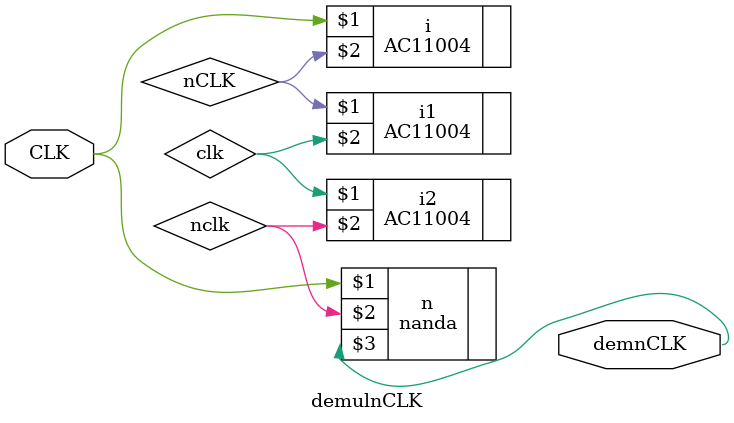
<source format=v>
`timescale 1ns/100ps
/*
module testbench;
	wire CLK, demnCLK;
	demulnCLK d(CLK,demnCLK);
	probador p(CLK,demnCLK);
endmodule
**/
module demulnCLK(CLK,demnCLK);//tiene un retraso total de 18+7
	input CLK;
	output demnCLK;
	wire nCLK,clk,nclk;
	AC11004 i(CLK,nCLK);
	AC11004 i1(nCLK,clk);
	AC11004 i2(clk,nclk);
	nanda n(CLK,nclk,demnCLK);
endmodule
/*
module probador(CLK,demnCLK);
	input demnCLK;
	output reg CLK;
	initial begin
		$dumpfile("demulador.vcd");
		$dumpvars;
		#200 CLK = 0;
		repeat(32) begin
			#200 CLK = ~CLK;
		end
	end
endmodule
*/

</source>
